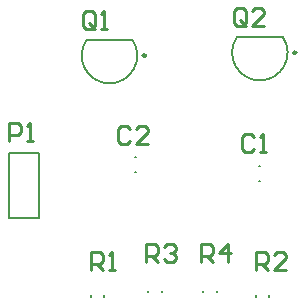
<source format=gto>
G04*
G04 #@! TF.GenerationSoftware,Altium Limited,Altium Designer,19.0.14 (431)*
G04*
G04 Layer_Color=65535*
%FSLAX43Y43*%
%MOMM*%
G71*
G01*
G75*
%ADD10C,0.200*%
%ADD11C,0.250*%
%ADD12C,0.254*%
D10*
X20566Y26835D02*
G03*
X24434Y26835I1934J-1335D01*
G01*
X7836Y26585D02*
G03*
X11704Y26585I1934J-1335D01*
G01*
X22450Y15875D02*
X22550D01*
X22450Y14625D02*
X22550D01*
X17652Y5200D02*
Y5300D01*
X18852Y5200D02*
Y5300D01*
X13001Y5200D02*
Y5300D01*
X14201Y5200D02*
Y5300D01*
X22153Y4850D02*
Y4950D01*
X23253Y4850D02*
Y4950D01*
X8200Y4850D02*
Y4950D01*
X9300Y4850D02*
Y4950D01*
X11950Y16625D02*
X12050D01*
X11950Y15375D02*
X12050D01*
X1230Y11540D02*
Y17000D01*
Y11540D02*
X3770D01*
Y17000D01*
X1230D02*
X3770D01*
X20566Y26835D02*
X24434D01*
X7836Y26585D02*
X11704D01*
D11*
X25575Y25500D02*
G03*
X25575Y25500I-125J0D01*
G01*
X12845Y25250D02*
G03*
X12845Y25250I-125J0D01*
G01*
D12*
X21985Y18318D02*
X21732Y18572D01*
X21224D01*
X20970Y18318D01*
Y17303D01*
X21224Y17049D01*
X21732D01*
X21985Y17303D01*
X22493Y17049D02*
X23001D01*
X22747D01*
Y18572D01*
X22493Y18318D01*
X17540Y7781D02*
Y9304D01*
X18302D01*
X18556Y9051D01*
Y8543D01*
X18302Y8289D01*
X17540D01*
X18048D02*
X18556Y7781D01*
X19825D02*
Y9304D01*
X19064Y8543D01*
X20079D01*
X12868Y7783D02*
Y9307D01*
X13630D01*
X13883Y9053D01*
Y8545D01*
X13630Y8291D01*
X12868D01*
X13376D02*
X13883Y7783D01*
X14391Y9053D02*
X14645Y9307D01*
X15153D01*
X15407Y9053D01*
Y8799D01*
X15153Y8545D01*
X14899D01*
X15153D01*
X15407Y8291D01*
Y8037D01*
X15153Y7783D01*
X14645D01*
X14391Y8037D01*
X22173Y7079D02*
Y8602D01*
X22934D01*
X23188Y8348D01*
Y7841D01*
X22934Y7587D01*
X22173D01*
X22680D02*
X23188Y7079D01*
X24712D02*
X23696D01*
X24712Y8094D01*
Y8348D01*
X24458Y8602D01*
X23950D01*
X23696Y8348D01*
X8224Y7077D02*
Y8601D01*
X8986D01*
X9240Y8347D01*
Y7839D01*
X8986Y7585D01*
X8224D01*
X8732D02*
X9240Y7077D01*
X9748D02*
X10256D01*
X10002D01*
Y8601D01*
X9748Y8347D01*
X11494Y19046D02*
X11240Y19300D01*
X10732D01*
X10478Y19046D01*
Y18030D01*
X10732Y17776D01*
X11240D01*
X11494Y18030D01*
X13017Y17776D02*
X12002D01*
X13017Y18792D01*
Y19046D01*
X12763Y19300D01*
X12256D01*
X12002Y19046D01*
X1243Y18017D02*
Y19540D01*
X2004D01*
X2258Y19286D01*
Y18778D01*
X2004Y18524D01*
X1243D01*
X2766Y18017D02*
X3274D01*
X3020D01*
Y19540D01*
X2766Y19286D01*
X21296Y27988D02*
Y29004D01*
X21042Y29258D01*
X20534D01*
X20280Y29004D01*
Y27988D01*
X20534Y27734D01*
X21042D01*
X20788Y28242D02*
X21296Y27734D01*
X21042D02*
X21296Y27988D01*
X22819Y27734D02*
X21804D01*
X22819Y28750D01*
Y29004D01*
X22565Y29258D01*
X22057D01*
X21804Y29004D01*
X8565Y27729D02*
Y28745D01*
X8311Y28999D01*
X7803D01*
X7549Y28745D01*
Y27729D01*
X7803Y27475D01*
X8311D01*
X8057Y27983D02*
X8565Y27475D01*
X8311D02*
X8565Y27729D01*
X9073Y27475D02*
X9580D01*
X9326D01*
Y28999D01*
X9073Y28745D01*
M02*

</source>
